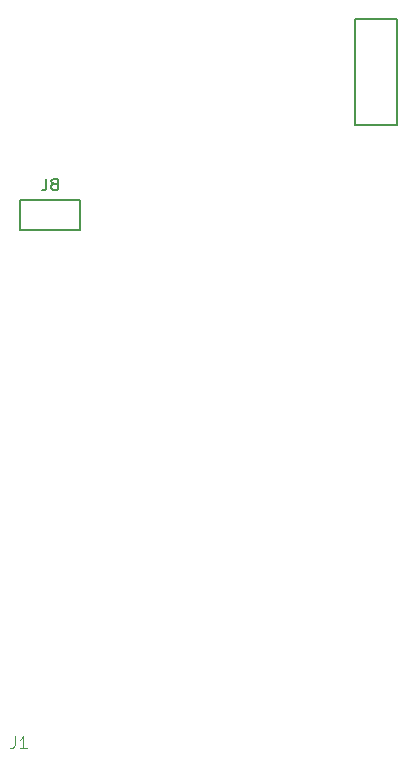
<source format=gbr>
%TF.GenerationSoftware,KiCad,Pcbnew,8.0.7*%
%TF.CreationDate,2025-01-09T22:17:52+09:00*%
%TF.ProjectId,cool937tb_R,636f6f6c-3933-4377-9462-5f522e6b6963,rev?*%
%TF.SameCoordinates,Original*%
%TF.FileFunction,Legend,Top*%
%TF.FilePolarity,Positive*%
%FSLAX46Y46*%
G04 Gerber Fmt 4.6, Leading zero omitted, Abs format (unit mm)*
G04 Created by KiCad (PCBNEW 8.0.7) date 2025-01-09 22:17:52*
%MOMM*%
%LPD*%
G01*
G04 APERTURE LIST*
%ADD10C,0.100000*%
%ADD11C,0.150000*%
%ADD12C,0.127000*%
G04 APERTURE END LIST*
D10*
X91446666Y-70367419D02*
X91446666Y-71081704D01*
X91446666Y-71081704D02*
X91399047Y-71224561D01*
X91399047Y-71224561D02*
X91303809Y-71319800D01*
X91303809Y-71319800D02*
X91160952Y-71367419D01*
X91160952Y-71367419D02*
X91065714Y-71367419D01*
X92446666Y-71367419D02*
X91875238Y-71367419D01*
X92160952Y-71367419D02*
X92160952Y-70367419D01*
X92160952Y-70367419D02*
X92065714Y-70510276D01*
X92065714Y-70510276D02*
X91970476Y-70605514D01*
X91970476Y-70605514D02*
X91875238Y-70653133D01*
D11*
X94122916Y-23148569D02*
X94122916Y-23862854D01*
X94122916Y-23862854D02*
X94075297Y-24005711D01*
X94075297Y-24005711D02*
X93980059Y-24100950D01*
X93980059Y-24100950D02*
X93837202Y-24148569D01*
X93837202Y-24148569D02*
X93741964Y-24148569D01*
X94741964Y-23577140D02*
X94646726Y-23529521D01*
X94646726Y-23529521D02*
X94599107Y-23481902D01*
X94599107Y-23481902D02*
X94551488Y-23386664D01*
X94551488Y-23386664D02*
X94551488Y-23339045D01*
X94551488Y-23339045D02*
X94599107Y-23243807D01*
X94599107Y-23243807D02*
X94646726Y-23196188D01*
X94646726Y-23196188D02*
X94741964Y-23148569D01*
X94741964Y-23148569D02*
X94932440Y-23148569D01*
X94932440Y-23148569D02*
X95027678Y-23196188D01*
X95027678Y-23196188D02*
X95075297Y-23243807D01*
X95075297Y-23243807D02*
X95122916Y-23339045D01*
X95122916Y-23339045D02*
X95122916Y-23386664D01*
X95122916Y-23386664D02*
X95075297Y-23481902D01*
X95075297Y-23481902D02*
X95027678Y-23529521D01*
X95027678Y-23529521D02*
X94932440Y-23577140D01*
X94932440Y-23577140D02*
X94741964Y-23577140D01*
X94741964Y-23577140D02*
X94646726Y-23624759D01*
X94646726Y-23624759D02*
X94599107Y-23672378D01*
X94599107Y-23672378D02*
X94551488Y-23767616D01*
X94551488Y-23767616D02*
X94551488Y-23958092D01*
X94551488Y-23958092D02*
X94599107Y-24053330D01*
X94599107Y-24053330D02*
X94646726Y-24100950D01*
X94646726Y-24100950D02*
X94741964Y-24148569D01*
X94741964Y-24148569D02*
X94932440Y-24148569D01*
X94932440Y-24148569D02*
X95027678Y-24100950D01*
X95027678Y-24100950D02*
X95075297Y-24053330D01*
X95075297Y-24053330D02*
X95122916Y-23958092D01*
X95122916Y-23958092D02*
X95122916Y-23767616D01*
X95122916Y-23767616D02*
X95075297Y-23672378D01*
X95075297Y-23672378D02*
X95027678Y-23624759D01*
X95027678Y-23624759D02*
X94932440Y-23577140D01*
%TO.C,SW21*%
X120270000Y-9620000D02*
X123770000Y-9620000D01*
X120270000Y-18620000D02*
X120270000Y-9620000D01*
X123770000Y-9620000D02*
X123770000Y-18620000D01*
X123770000Y-18620000D02*
X120270000Y-18620000D01*
D12*
%TO.C,J8*%
X91916250Y-24923750D02*
X96996250Y-24923750D01*
X91916250Y-27463750D02*
X91916250Y-24923750D01*
X96996250Y-24923750D02*
X96996250Y-27463750D01*
X96996250Y-27463750D02*
X91916250Y-27463750D01*
%TD*%
M02*

</source>
